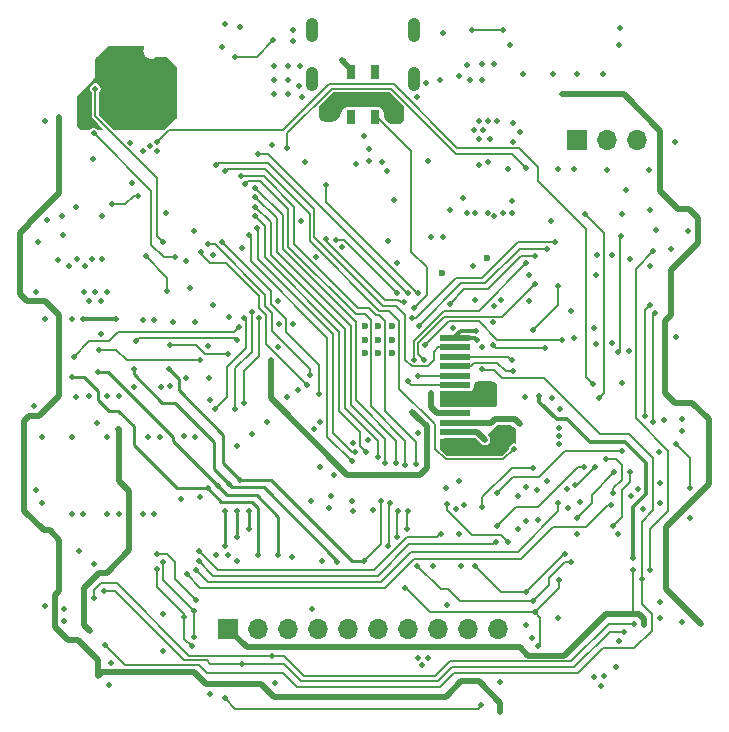
<source format=gbl>
G04 #@! TF.GenerationSoftware,KiCad,Pcbnew,8.0.7*
G04 #@! TF.CreationDate,2025-03-27T17:00:34+01:00*
G04 #@! TF.ProjectId,7-REV1B,372d5245-5631-4422-9e6b-696361645f70,rev?*
G04 #@! TF.SameCoordinates,Original*
G04 #@! TF.FileFunction,Copper,L4,Bot*
G04 #@! TF.FilePolarity,Positive*
%FSLAX46Y46*%
G04 Gerber Fmt 4.6, Leading zero omitted, Abs format (unit mm)*
G04 Created by KiCad (PCBNEW 8.0.7) date 2025-03-27 17:00:34*
%MOMM*%
%LPD*%
G01*
G04 APERTURE LIST*
G04 #@! TA.AperFunction,ComponentPad*
%ADD10R,1.700000X1.700000*%
G04 #@! TD*
G04 #@! TA.AperFunction,ComponentPad*
%ADD11O,1.700000X1.700000*%
G04 #@! TD*
G04 #@! TA.AperFunction,ComponentPad*
%ADD12O,1.050000X2.100000*%
G04 #@! TD*
G04 #@! TA.AperFunction,ComponentPad*
%ADD13C,0.600000*%
G04 #@! TD*
G04 #@! TA.AperFunction,SMDPad,CuDef*
%ADD14R,0.700000X1.250000*%
G04 #@! TD*
G04 #@! TA.AperFunction,SMDPad,CuDef*
%ADD15R,2.550000X0.600000*%
G04 #@! TD*
G04 #@! TA.AperFunction,ViaPad*
%ADD16C,0.500000*%
G04 #@! TD*
G04 #@! TA.AperFunction,ViaPad*
%ADD17C,0.600000*%
G04 #@! TD*
G04 #@! TA.AperFunction,Conductor*
%ADD18C,0.500000*%
G04 #@! TD*
G04 #@! TA.AperFunction,Conductor*
%ADD19C,0.304800*%
G04 #@! TD*
G04 #@! TA.AperFunction,Conductor*
%ADD20C,0.150000*%
G04 #@! TD*
G04 #@! TA.AperFunction,Conductor*
%ADD21C,0.250000*%
G04 #@! TD*
G04 APERTURE END LIST*
D10*
X148010000Y-70850000D03*
D11*
X150550000Y-70850000D03*
X153090000Y-70850000D03*
D12*
X134220000Y-65680000D03*
X125580000Y-65680000D03*
X134220000Y-61500000D03*
X125580000Y-61500000D03*
D13*
X130066667Y-86616667D03*
X130066667Y-87750000D03*
X130066667Y-88883333D03*
X131200000Y-86616667D03*
X131200000Y-87750000D03*
X131200000Y-88883333D03*
X132333333Y-86616667D03*
X132333333Y-87750000D03*
X132333333Y-88883333D03*
D10*
X118470000Y-112220000D03*
D11*
X121010000Y-112220000D03*
X123550000Y-112220000D03*
X126090000Y-112220000D03*
X128630000Y-112220000D03*
X131170000Y-112220000D03*
X133710000Y-112220000D03*
X136250000Y-112220000D03*
X138790000Y-112220000D03*
X141330000Y-112220000D03*
D14*
X130900000Y-68880000D03*
X130900000Y-65120000D03*
X128900000Y-68880000D03*
X128900000Y-65120000D03*
D15*
X137725000Y-96400000D03*
X137725000Y-95600000D03*
X137725000Y-94800000D03*
X137725000Y-94000000D03*
X137725000Y-93200000D03*
X137725000Y-92400000D03*
X137725000Y-91600000D03*
X137725000Y-90800000D03*
X137725000Y-90000000D03*
X137725000Y-89200000D03*
X137725000Y-88400000D03*
X137725000Y-87600000D03*
D16*
X136400000Y-65800000D03*
X156000000Y-80100000D03*
X130400000Y-71600000D03*
X157400000Y-78600000D03*
X105250000Y-86000000D03*
X104600000Y-111600000D03*
X127200000Y-101000000D03*
X103000000Y-86000000D03*
X135400000Y-72600000D03*
X114800000Y-95900000D03*
X119700000Y-80000000D03*
X156900000Y-111700000D03*
X134600000Y-95700000D03*
X156300000Y-71000000D03*
X151600000Y-62800000D03*
X142500000Y-95500000D03*
X140500000Y-97200000D03*
X154100000Y-73400000D03*
X139250000Y-81500000D03*
X148250000Y-101500000D03*
X105265000Y-96000000D03*
X104500000Y-78900000D03*
X139000000Y-65800000D03*
X122800000Y-86400000D03*
X156400000Y-87500000D03*
X113800000Y-86300000D03*
X128100000Y-64100000D03*
X144750000Y-103000000D03*
X122750000Y-88400000D03*
X119250000Y-106500000D03*
X125900000Y-80750000D03*
X110200000Y-71100000D03*
X138000000Y-65400000D03*
X125600000Y-110600000D03*
X117000000Y-117800000D03*
X155000000Y-97300000D03*
X107800000Y-77300000D03*
X121750000Y-94750000D03*
X134600000Y-114700000D03*
X126250000Y-98500000D03*
X109400000Y-65200000D03*
X110520000Y-69700000D03*
X141000000Y-64400000D03*
X134500000Y-67200000D03*
X135250000Y-66000000D03*
X147800000Y-73300000D03*
X140500000Y-72750000D03*
X139750000Y-97200000D03*
X102250000Y-83750000D03*
X148000000Y-104250000D03*
X108750000Y-67800000D03*
X149600000Y-88100000D03*
X140000000Y-64400000D03*
X122500000Y-116800000D03*
X108250000Y-92500000D03*
X139000000Y-97200000D03*
X103150000Y-77650000D03*
X151800000Y-91400000D03*
X104100000Y-81000000D03*
X155100000Y-101600000D03*
X155400000Y-94600000D03*
X124600000Y-64600000D03*
X108265000Y-96000000D03*
X102100000Y-93400000D03*
X110520000Y-64300000D03*
X138750000Y-64500000D03*
X109400000Y-64300000D03*
X122700000Y-84500000D03*
X137250000Y-76750000D03*
X137800000Y-102100000D03*
X156900000Y-95500000D03*
X116900000Y-91000000D03*
X142200000Y-73300000D03*
X125800000Y-95300000D03*
X124750000Y-67200000D03*
X120500000Y-95750000D03*
X122250000Y-71250000D03*
X147200000Y-100400000D03*
X141500000Y-116750000D03*
X108265000Y-102500000D03*
X110500000Y-65700000D03*
X103000000Y-110300000D03*
X123500000Y-92600000D03*
X135400000Y-114700000D03*
X123900000Y-106200000D03*
X135700000Y-79100000D03*
X138400000Y-75800000D03*
X152600000Y-100980000D03*
X155100000Y-111300000D03*
X139500000Y-87000000D03*
X113600000Y-91700000D03*
X114900000Y-81100000D03*
X156900000Y-94500000D03*
X124650000Y-77750000D03*
X139700000Y-91700000D03*
X155100000Y-99900000D03*
X102400000Y-79500000D03*
X149600000Y-82250000D03*
X110500000Y-67800000D03*
X109600000Y-67800000D03*
X138500000Y-101750000D03*
X104600000Y-110600000D03*
X115600000Y-78600000D03*
X141000000Y-84900000D03*
X151800000Y-77100000D03*
X108400000Y-65200000D03*
X150600000Y-73400000D03*
X102700000Y-101600000D03*
X110500000Y-91750000D03*
X109800000Y-63300000D03*
X107750000Y-87250000D03*
X111265000Y-86100000D03*
X102750000Y-96000000D03*
X146400000Y-73300000D03*
X140000000Y-92400000D03*
X145800000Y-77700000D03*
X124962500Y-72750000D03*
X150100000Y-117100000D03*
X143000000Y-101000000D03*
X137000000Y-110250000D03*
X139600000Y-87800000D03*
X129300000Y-72900000D03*
X131500000Y-72700000D03*
X151500000Y-104200000D03*
X105600000Y-92600000D03*
X151000000Y-80600000D03*
X138000000Y-99750000D03*
X118000000Y-63000000D03*
X144650000Y-100450000D03*
X117500000Y-106000000D03*
X134900000Y-115300000D03*
X152450000Y-88700000D03*
X140000000Y-65800000D03*
X116800000Y-88300000D03*
X119500000Y-61250000D03*
X151600000Y-113300000D03*
X107100000Y-106750000D03*
X135800000Y-106900000D03*
X154750000Y-78500000D03*
X119250000Y-96750000D03*
X124500000Y-66250000D03*
X154250000Y-81500000D03*
X144000000Y-84500000D03*
X149500000Y-86750000D03*
X145900000Y-92700000D03*
X118500000Y-106000000D03*
X157600000Y-102900000D03*
X130307500Y-96292500D03*
X105265000Y-102500000D03*
X139750000Y-73000000D03*
X127000000Y-102000000D03*
X130400000Y-72600000D03*
X114500000Y-101250000D03*
X138750000Y-77000000D03*
X108400000Y-117000000D03*
X124000000Y-62500000D03*
X142400000Y-62800000D03*
X146400000Y-111300000D03*
X139400000Y-77000000D03*
X102250000Y-100500000D03*
X146600000Y-93600000D03*
X132000000Y-79400000D03*
X142600000Y-69400000D03*
X117200000Y-84800000D03*
X103000000Y-69250000D03*
X132500000Y-75900000D03*
X113000000Y-111000000D03*
X142600000Y-71000000D03*
X155100000Y-110000000D03*
X111250000Y-102500000D03*
X140800000Y-91900000D03*
X147550000Y-85300000D03*
X138000000Y-104250000D03*
X152200000Y-75100000D03*
X111750000Y-96000000D03*
X151000000Y-88000000D03*
X104400000Y-77300000D03*
X147250000Y-102000000D03*
X143200000Y-70200000D03*
X143000000Y-103750000D03*
X141400000Y-95400000D03*
X106675000Y-92500000D03*
X106250000Y-83750000D03*
X125500000Y-101400000D03*
X112235000Y-102500000D03*
X153700000Y-111900000D03*
X116100000Y-101100000D03*
X105875000Y-105625000D03*
X109250000Y-92500000D03*
X107750000Y-84500000D03*
X112800000Y-91750000D03*
X106750000Y-84500000D03*
X152750000Y-107250000D03*
X106235000Y-102500000D03*
X107250000Y-83750000D03*
X154250000Y-107250000D03*
X114900000Y-91000000D03*
X108250000Y-83750000D03*
X109235000Y-102500000D03*
X154500000Y-80250000D03*
X145500000Y-80100000D03*
X134676265Y-86576265D03*
X134100000Y-85900000D03*
X146200000Y-79500000D03*
X118600000Y-85800000D03*
X117000000Y-92900000D03*
X119800000Y-85900000D03*
X117400000Y-93600000D03*
X119100000Y-93600000D03*
X120500000Y-85400000D03*
X121100000Y-85900000D03*
X119800000Y-93100000D03*
X133700000Y-83850000D03*
X121050000Y-72050000D03*
X139700000Y-69250000D03*
X127500000Y-99250000D03*
X129100000Y-96500000D03*
X105600000Y-76500000D03*
X117200000Y-80600000D03*
X110350000Y-74500000D03*
X136700000Y-79100000D03*
X141625000Y-84375000D03*
X141250000Y-69250000D03*
X140500000Y-69250000D03*
X106235000Y-86000000D03*
X109235000Y-96000000D03*
X113250000Y-77000000D03*
X112200000Y-86100000D03*
X135700000Y-92300000D03*
X144000000Y-82250000D03*
X140700000Y-70750000D03*
X140100000Y-70000000D03*
X109200000Y-95300000D03*
X132800000Y-81300000D03*
X115700000Y-96000000D03*
X135700000Y-93000000D03*
X124400000Y-92000000D03*
X115700000Y-86300000D03*
X106800000Y-112400000D03*
X128100000Y-79900000D03*
X144800000Y-92500000D03*
X109035000Y-86000000D03*
X112750000Y-96000000D03*
X126300000Y-94700000D03*
X108200000Y-107500000D03*
X115300000Y-83400000D03*
X107050000Y-72500000D03*
X130000000Y-70500000D03*
D17*
X136600000Y-82100000D03*
D16*
X107350000Y-94850000D03*
X139300000Y-70000000D03*
X139700000Y-70750000D03*
X143600000Y-92600000D03*
X124000000Y-86400000D03*
D17*
X140425000Y-80825000D03*
D16*
X140000000Y-88400000D03*
X152750000Y-106250000D03*
X131950000Y-73500000D03*
X118250000Y-61000000D03*
X136700000Y-61800000D03*
X122400000Y-65800000D03*
X122400000Y-67000000D03*
X143700000Y-103100000D03*
X143500000Y-65250000D03*
X149700000Y-80600000D03*
X101250000Y-101250000D03*
X153600000Y-102100000D03*
X146800000Y-67000000D03*
X156000000Y-83400000D03*
X145500000Y-99750000D03*
X107500000Y-116200000D03*
X149300000Y-67000000D03*
X101650000Y-94250000D03*
X147800000Y-87600000D03*
X154250000Y-76750000D03*
X141500000Y-119250000D03*
X123600000Y-67000000D03*
D17*
X117700000Y-116900000D03*
D16*
X146500000Y-95200000D03*
X146500000Y-95900000D03*
X101500000Y-84500000D03*
X158500000Y-111800000D03*
X151700000Y-61400000D03*
X138200000Y-106900000D03*
X143750000Y-100250000D03*
X126400000Y-106500000D03*
X124000000Y-61500000D03*
X158300000Y-78800000D03*
X159200000Y-94500000D03*
X148000000Y-65250000D03*
X136900000Y-100300000D03*
X152550000Y-80950000D03*
X123600000Y-65800000D03*
X122400000Y-64600000D03*
X159200000Y-95500000D03*
X156000000Y-82500000D03*
X136950000Y-118000000D03*
X146500000Y-96600000D03*
X123600000Y-64600000D03*
X146000000Y-65250000D03*
X138250000Y-116700000D03*
X151400000Y-67000000D03*
X150250000Y-65250000D03*
X104200000Y-68900000D03*
X123300000Y-118000000D03*
X153200000Y-100400000D03*
X101600000Y-78000000D03*
X142500000Y-77000000D03*
X141750000Y-77000000D03*
X122100000Y-89500000D03*
X141000000Y-77250000D03*
X142500000Y-76000000D03*
X140500000Y-77000000D03*
X134600000Y-94400000D03*
X137500000Y-86750000D03*
X134100000Y-93900000D03*
X105700000Y-80900000D03*
X106400000Y-81500000D03*
X112500000Y-71000000D03*
X149400000Y-91500000D03*
X106950000Y-80900000D03*
X105050000Y-81500000D03*
X111300000Y-71800000D03*
X107850000Y-80900000D03*
X112500000Y-71800000D03*
X111900000Y-71400000D03*
X133400000Y-84600000D03*
X140900000Y-86300000D03*
X126800000Y-79200000D03*
X142600000Y-90400000D03*
X142500000Y-89500000D03*
X107250000Y-66500000D03*
X113000000Y-79450000D03*
X108650000Y-76300000D03*
X110900000Y-75600000D03*
X137250000Y-84750000D03*
X144500000Y-80700000D03*
X154600000Y-85500000D03*
X154425000Y-94750000D03*
X153775000Y-94250000D03*
X154200000Y-84800000D03*
X134600000Y-83800000D03*
X126800000Y-74700000D03*
X107100000Y-70300000D03*
X114000000Y-80800000D03*
X133700000Y-91300000D03*
X134600000Y-90800000D03*
X117500000Y-73000000D03*
X118250000Y-73500000D03*
X142700000Y-97000000D03*
X135100000Y-89500000D03*
X144450000Y-83050000D03*
X139400000Y-84400000D03*
X127600000Y-79300000D03*
X132800000Y-83800000D03*
X132300000Y-68000000D03*
X126600000Y-68200000D03*
X126600000Y-68900000D03*
X133100000Y-68300000D03*
X133100000Y-69100000D03*
X127400000Y-68700000D03*
X132300000Y-68800000D03*
X127400000Y-67900000D03*
X119100000Y-63800000D03*
X122300000Y-62400000D03*
X141800000Y-61500000D03*
X139100000Y-61500000D03*
X156400000Y-96600000D03*
X157600000Y-100300000D03*
X118200000Y-118100000D03*
X139925000Y-118700000D03*
X143175000Y-94925000D03*
X140750000Y-94800000D03*
X140250000Y-96250000D03*
X139500000Y-95600000D03*
X134200000Y-89500000D03*
X143750000Y-81300000D03*
X113600000Y-88250000D03*
X118500000Y-89000000D03*
X107550000Y-88600000D03*
X116100000Y-89500000D03*
X119250000Y-87750000D03*
X110700000Y-87850000D03*
X119400000Y-86700000D03*
X105450000Y-89200000D03*
X116750000Y-100350000D03*
X129000000Y-101400000D03*
X121000000Y-106000000D03*
X105300000Y-90900000D03*
X112500000Y-105900000D03*
X115800000Y-109800000D03*
X117650000Y-100150000D03*
X129100000Y-102300000D03*
X107500000Y-90500000D03*
X122750000Y-106000000D03*
X118550000Y-99950000D03*
X113000000Y-106600000D03*
X113000000Y-114100000D03*
X110500000Y-90250000D03*
X130800000Y-102200000D03*
X115600000Y-112900000D03*
X115600000Y-110700000D03*
X127750000Y-106600000D03*
X119500000Y-99600000D03*
X113500000Y-90250000D03*
X108600000Y-115100000D03*
X115400000Y-113700000D03*
X130000000Y-106500000D03*
X114800000Y-111200000D03*
X131400000Y-101400000D03*
X112500000Y-107200000D03*
X132050000Y-105250000D03*
X132200000Y-101600000D03*
X133500000Y-108750000D03*
X118250000Y-105250000D03*
X151300000Y-115500000D03*
X146500000Y-108100000D03*
X144450000Y-110850000D03*
X144700000Y-113700000D03*
X118250000Y-102250000D03*
X119250000Y-102250000D03*
X134500000Y-106900000D03*
X132800000Y-104500000D03*
X150300000Y-116200000D03*
X119250000Y-104500000D03*
X144300000Y-109900000D03*
X147500000Y-106600000D03*
X144200000Y-113000000D03*
X132900000Y-102300000D03*
X134200000Y-85100000D03*
X137000000Y-101700000D03*
X142200000Y-104900000D03*
X116040690Y-105668620D03*
X136500000Y-104200000D03*
X116000000Y-106500000D03*
X141150000Y-104900000D03*
X115750000Y-107250000D03*
X146400000Y-101600000D03*
X115000000Y-107600000D03*
X150900000Y-101750000D03*
X147000000Y-105900000D03*
X139400000Y-106900000D03*
X133700000Y-102300000D03*
X143700000Y-109100000D03*
X143700000Y-111900000D03*
X133650000Y-103750000D03*
X120250000Y-103750000D03*
X149500000Y-116300000D03*
X120250000Y-102250000D03*
X151500000Y-88800000D03*
X151750000Y-79000000D03*
X146400000Y-83200000D03*
X144300000Y-86900000D03*
X140900000Y-88250000D03*
X145300000Y-88500000D03*
X146800000Y-87750000D03*
X135200000Y-88200000D03*
X125200000Y-91600000D03*
X108000000Y-109000000D03*
X152000000Y-112500000D03*
X119700000Y-115200000D03*
X116200000Y-80300000D03*
X107150000Y-109650000D03*
X116800000Y-79700000D03*
X152900000Y-111800000D03*
X125450000Y-90750000D03*
X122200000Y-114500000D03*
X108100000Y-113600000D03*
X153500000Y-108000000D03*
X140000000Y-90250000D03*
X148700000Y-77100000D03*
X149900000Y-92700000D03*
X123500000Y-71500000D03*
X143750000Y-73250000D03*
X126200000Y-92400000D03*
X118000000Y-79500000D03*
X111500000Y-80700000D03*
X113300000Y-83600000D03*
X141300000Y-103500000D03*
X148600000Y-98500000D03*
X144300000Y-98600000D03*
X140000000Y-101900000D03*
X150500000Y-97900000D03*
X151100000Y-100700000D03*
X149550000Y-98550000D03*
X147900000Y-100100000D03*
X141300000Y-100700000D03*
X151800000Y-97200000D03*
X151200000Y-99000000D03*
X148000000Y-102900000D03*
X152500000Y-99000000D03*
X151100000Y-103500000D03*
X120300000Y-78900000D03*
X128950000Y-98050000D03*
X129200000Y-97300000D03*
X120900000Y-78300000D03*
X120800000Y-77300000D03*
X130150000Y-97250000D03*
X131200000Y-97700000D03*
X120800000Y-76500000D03*
X131800000Y-98200000D03*
X120800000Y-75700000D03*
X132700000Y-98200000D03*
X120800000Y-74900000D03*
X134400000Y-98300000D03*
X119600000Y-73900000D03*
X119900000Y-74600000D03*
X133500000Y-98400000D03*
D18*
X128900000Y-64900000D02*
X128100000Y-64100000D01*
D19*
X137725000Y-87475000D02*
X137725000Y-87600000D01*
D18*
X139000000Y-97200000D02*
X138200000Y-97200000D01*
D19*
X139400000Y-87600000D02*
X137725000Y-87600000D01*
D18*
X139750000Y-97200000D02*
X138950000Y-96400000D01*
D19*
X139200000Y-93200000D02*
X137725000Y-93200000D01*
D18*
X138950000Y-96400000D02*
X137725000Y-96400000D01*
X139000000Y-97200000D02*
X140500000Y-97200000D01*
D19*
X138200000Y-87000000D02*
X137725000Y-87475000D01*
D18*
X128900000Y-65120000D02*
X128900000Y-64900000D01*
D19*
X140000000Y-92400000D02*
X137725000Y-92400000D01*
D18*
X137725000Y-96725000D02*
X137725000Y-96400000D01*
X138200000Y-97200000D02*
X137725000Y-96725000D01*
D19*
X139600000Y-87800000D02*
X139400000Y-87600000D01*
X139500000Y-87000000D02*
X138200000Y-87000000D01*
X140000000Y-92400000D02*
X139200000Y-93200000D01*
D20*
X154500000Y-80250000D02*
X153000000Y-81750000D01*
D18*
X153300000Y-111000000D02*
X153700000Y-111400000D01*
X152750000Y-111000000D02*
X153300000Y-111000000D01*
D20*
X154250000Y-103750000D02*
X154250000Y-107250000D01*
X153000000Y-81750000D02*
X153000000Y-94400000D01*
X153000000Y-94400000D02*
X155750000Y-97150000D01*
D18*
X146950000Y-114500000D02*
X150450000Y-111000000D01*
D20*
X152750000Y-107250000D02*
X152750000Y-111000000D01*
X155750000Y-97150000D02*
X155750000Y-102250000D01*
D18*
X153700000Y-111400000D02*
X153700000Y-111900000D01*
X150450000Y-111000000D02*
X152750000Y-111000000D01*
X120050000Y-113800000D02*
X143200000Y-113800000D01*
X143900000Y-114500000D02*
X146950000Y-114500000D01*
X143200000Y-113800000D02*
X143900000Y-114500000D01*
D20*
X155750000Y-102250000D02*
X154250000Y-103750000D01*
D18*
X118470000Y-112220000D02*
X120050000Y-113800000D01*
D20*
X145500000Y-80100000D02*
X143175000Y-80100000D01*
X143175000Y-80100000D02*
X140275000Y-83000000D01*
X138252530Y-83000000D02*
X134676265Y-86576265D01*
X140275000Y-83000000D02*
X138252530Y-83000000D01*
X143000000Y-79500000D02*
X140000000Y-82500000D01*
X134400000Y-85900000D02*
X134100000Y-85900000D01*
X140000000Y-82500000D02*
X137800000Y-82500000D01*
X137800000Y-82500000D02*
X134400000Y-85900000D01*
X146200000Y-79500000D02*
X143000000Y-79500000D01*
X120000000Y-88500000D02*
X118400000Y-90100000D01*
X118400000Y-90100000D02*
X118400000Y-92600000D01*
X119800000Y-85900000D02*
X120000000Y-86100000D01*
X118400000Y-92600000D02*
X117400000Y-93600000D01*
X120000000Y-86100000D02*
X120000000Y-88500000D01*
X120500000Y-85400000D02*
X120500000Y-88800000D01*
X119100000Y-90200000D02*
X119100000Y-93600000D01*
X120500000Y-88800000D02*
X119100000Y-90200000D01*
X121100000Y-85900000D02*
X121100000Y-89100000D01*
X121100000Y-89100000D02*
X119800000Y-90400000D01*
X119800000Y-90400000D02*
X119800000Y-93100000D01*
X133675000Y-83850000D02*
X121875000Y-72050000D01*
X133700000Y-83850000D02*
X133675000Y-83850000D01*
X121875000Y-72050000D02*
X121050000Y-72050000D01*
D19*
X146300000Y-94500000D02*
X147200000Y-94500000D01*
X153900000Y-98200000D02*
X153900000Y-100800000D01*
D18*
X136200000Y-94000000D02*
X137725000Y-94000000D01*
D19*
X109035000Y-86000000D02*
X106235000Y-86000000D01*
D18*
X135700000Y-93500000D02*
X136200000Y-94000000D01*
X106300000Y-111900000D02*
X106800000Y-112400000D01*
X109235000Y-96000000D02*
X109235000Y-95335000D01*
X109235000Y-95335000D02*
X109200000Y-95300000D01*
D19*
X152750000Y-101950000D02*
X152750000Y-106250000D01*
X153900000Y-100800000D02*
X152750000Y-101950000D01*
D18*
X109235000Y-99735000D02*
X109235000Y-96000000D01*
X110100000Y-105600000D02*
X110100000Y-100600000D01*
X110100000Y-100600000D02*
X109235000Y-99735000D01*
D19*
X149100000Y-96400000D02*
X152100000Y-96400000D01*
D18*
X108200000Y-107500000D02*
X110100000Y-105600000D01*
X108200000Y-107500000D02*
X107600000Y-107500000D01*
D19*
X147200000Y-94500000D02*
X149100000Y-96400000D01*
D18*
X107600000Y-107500000D02*
X106300000Y-108800000D01*
X106300000Y-108800000D02*
X106300000Y-111900000D01*
D19*
X152100000Y-96400000D02*
X153900000Y-98200000D01*
D18*
X135700000Y-92300000D02*
X135700000Y-93500000D01*
D19*
X144800000Y-92500000D02*
X144800000Y-93000000D01*
X144800000Y-93000000D02*
X146300000Y-94500000D01*
D18*
X104900000Y-113200000D02*
X103800000Y-112100000D01*
X116600000Y-116900000D02*
X115600000Y-115900000D01*
X151400000Y-67000000D02*
X149300000Y-67000000D01*
X104200000Y-109000000D02*
X104200000Y-104700000D01*
X156300000Y-93100000D02*
X155500000Y-92300000D01*
X138250000Y-116700000D02*
X139700000Y-116700000D01*
X156000000Y-81900000D02*
X158300000Y-79600000D01*
X156000000Y-83400000D02*
X156000000Y-82500000D01*
X104200000Y-92500000D02*
X104200000Y-85700000D01*
X103400000Y-103900000D02*
X102900000Y-103900000D01*
X103000000Y-84500000D02*
X101500000Y-84500000D01*
X115600000Y-115900000D02*
X107800000Y-115900000D01*
X141500000Y-118500000D02*
X141500000Y-119250000D01*
X101250000Y-94650000D02*
X101250000Y-101250000D01*
X123300000Y-118000000D02*
X136950000Y-118000000D01*
X156000000Y-82500000D02*
X156000000Y-81900000D01*
X103800000Y-112100000D02*
X103800000Y-109400000D01*
X159200000Y-100000000D02*
X159200000Y-95500000D01*
X152000000Y-67000000D02*
X155100000Y-70100000D01*
X151400000Y-67000000D02*
X152000000Y-67000000D01*
X104200000Y-68900000D02*
X104200000Y-75300000D01*
X139700000Y-116700000D02*
X141500000Y-118500000D01*
X117700000Y-116900000D02*
X116600000Y-116900000D01*
X104200000Y-75300000D02*
X101600000Y-77900000D01*
X157800000Y-93100000D02*
X156300000Y-93100000D01*
X101650000Y-94250000D02*
X102450000Y-94250000D01*
X101650000Y-94250000D02*
X101250000Y-94650000D01*
X159200000Y-95500000D02*
X159200000Y-94500000D01*
X101600000Y-77900000D02*
X101600000Y-78000000D01*
X159200000Y-94500000D02*
X157800000Y-93100000D01*
X121300000Y-116900000D02*
X122400000Y-118000000D01*
X155600000Y-103600000D02*
X159200000Y-100000000D01*
X104200000Y-104700000D02*
X103400000Y-103900000D01*
X100900000Y-83900000D02*
X101500000Y-84500000D01*
X117700000Y-116900000D02*
X121300000Y-116900000D01*
X102900000Y-103900000D02*
X101250000Y-102250000D01*
X155500000Y-92300000D02*
X155500000Y-86200000D01*
X156600000Y-76700000D02*
X157500000Y-76700000D01*
X155600000Y-108900000D02*
X155600000Y-103600000D01*
X136950000Y-118000000D02*
X138250000Y-116700000D01*
X103800000Y-109400000D02*
X104200000Y-109000000D01*
X107800000Y-115900000D02*
X107500000Y-116200000D01*
X158300000Y-79600000D02*
X158300000Y-78800000D01*
X101250000Y-102250000D02*
X101250000Y-101250000D01*
X158500000Y-111800000D02*
X155600000Y-108900000D01*
X102450000Y-94250000D02*
X104200000Y-92500000D01*
X155500000Y-86200000D02*
X156000000Y-85700000D01*
X104200000Y-85700000D02*
X103000000Y-84500000D01*
X156000000Y-85700000D02*
X156000000Y-83400000D01*
X155100000Y-70100000D02*
X155100000Y-75200000D01*
X122400000Y-118000000D02*
X123300000Y-118000000D01*
X158300000Y-77500000D02*
X158300000Y-78800000D01*
X101600000Y-78000000D02*
X100900000Y-78700000D01*
X105800000Y-113200000D02*
X104900000Y-113200000D01*
X100900000Y-78700000D02*
X100900000Y-83900000D01*
X107500000Y-116200000D02*
X107500000Y-114900000D01*
X155100000Y-75200000D02*
X156600000Y-76700000D01*
X107500000Y-114900000D02*
X105800000Y-113200000D01*
X157500000Y-76700000D02*
X158300000Y-77500000D01*
X149300000Y-67000000D02*
X146800000Y-67000000D01*
X122100000Y-92700000D02*
X128600000Y-99200000D01*
X128600000Y-99200000D02*
X134700000Y-99200000D01*
X134700000Y-99200000D02*
X135300000Y-98600000D01*
X135300000Y-95100000D02*
X134600000Y-94400000D01*
X135300000Y-98600000D02*
X135300000Y-95100000D01*
X134600000Y-94400000D02*
X134100000Y-93900000D01*
X122100000Y-89500000D02*
X122100000Y-92700000D01*
D20*
X148800000Y-78400000D02*
X144700000Y-74300000D01*
X143100000Y-71500000D02*
X137900000Y-71500000D01*
X148800000Y-90900000D02*
X148800000Y-78400000D01*
X149400000Y-91500000D02*
X148800000Y-90900000D01*
X137900000Y-71500000D02*
X132500000Y-66100000D01*
X127000000Y-66100000D02*
X123100000Y-70000000D01*
X113500000Y-70000000D02*
X112500000Y-71000000D01*
X132500000Y-66100000D02*
X127000000Y-66100000D01*
X144700000Y-74300000D02*
X144700000Y-73100000D01*
X123100000Y-70000000D02*
X113500000Y-70000000D01*
X144700000Y-73100000D02*
X143100000Y-71500000D01*
X131800000Y-84400000D02*
X132900000Y-84400000D01*
X126800000Y-79200000D02*
X126800000Y-79400000D01*
X133100000Y-84600000D02*
X133400000Y-84600000D01*
X132900000Y-84400000D02*
X133100000Y-84600000D01*
X126800000Y-79400000D02*
X131800000Y-84400000D01*
X142600000Y-90400000D02*
X142000000Y-90400000D01*
X142000000Y-90400000D02*
X141300000Y-89700000D01*
X139339124Y-89700000D02*
X139039124Y-90000000D01*
X141300000Y-89700000D02*
X139339124Y-89700000D01*
X139039124Y-90000000D02*
X137725000Y-90000000D01*
X142500000Y-89500000D02*
X142200000Y-89200000D01*
X142200000Y-89200000D02*
X137725000Y-89200000D01*
X107250000Y-68850000D02*
X112500000Y-74100000D01*
X112500000Y-74100000D02*
X112500000Y-78950000D01*
X112500000Y-78950000D02*
X113000000Y-79450000D01*
X107250000Y-66500000D02*
X107250000Y-68850000D01*
X110900000Y-75600000D02*
X110500000Y-75600000D01*
X109800000Y-76300000D02*
X108650000Y-76300000D01*
X110500000Y-75600000D02*
X109800000Y-76300000D01*
X138500000Y-83500000D02*
X137250000Y-84750000D01*
X143325000Y-80700000D02*
X140525000Y-83500000D01*
X140525000Y-83500000D02*
X138500000Y-83500000D01*
X144500000Y-80700000D02*
X143325000Y-80700000D01*
X154425000Y-85675000D02*
X154425000Y-94750000D01*
X154600000Y-85500000D02*
X154425000Y-85675000D01*
X154200000Y-84800000D02*
X153750000Y-85250000D01*
X153750000Y-94225000D02*
X153775000Y-94250000D01*
X153750000Y-85250000D02*
X153750000Y-94225000D01*
X126800000Y-76100000D02*
X134500000Y-83800000D01*
X134500000Y-83800000D02*
X134600000Y-83800000D01*
X126800000Y-74700000D02*
X126800000Y-76100000D01*
X107100000Y-70300000D02*
X112000000Y-75200000D01*
X112000000Y-75200000D02*
X112000000Y-79750000D01*
X112000000Y-79750000D02*
X113050000Y-80800000D01*
X113050000Y-80800000D02*
X114000000Y-80800000D01*
X133700000Y-91300000D02*
X134000000Y-91600000D01*
X134000000Y-91600000D02*
X137725000Y-91600000D01*
X134600000Y-90800000D02*
X137725000Y-90800000D01*
X135900000Y-89500000D02*
X135900000Y-88800000D01*
X134028248Y-90000000D02*
X135400000Y-90000000D01*
X133500000Y-85700000D02*
X133500000Y-89471752D01*
X132700000Y-84900000D02*
X133500000Y-85700000D01*
X125800000Y-76700000D02*
X125800000Y-79100000D01*
X135900000Y-88800000D02*
X136300000Y-88400000D01*
X121900000Y-72800000D02*
X125800000Y-76700000D01*
X133500000Y-89471752D02*
X134028248Y-90000000D01*
X135400000Y-90000000D02*
X135900000Y-89500000D01*
X125800000Y-79100000D02*
X131600000Y-84900000D01*
X136300000Y-88400000D02*
X137725000Y-88400000D01*
X117700000Y-72800000D02*
X121900000Y-72800000D01*
X117500000Y-73000000D02*
X117700000Y-72800000D01*
X131600000Y-84900000D02*
X132700000Y-84900000D01*
X133000000Y-86200000D02*
X132100000Y-85300000D01*
X125400000Y-77100000D02*
X121600000Y-73300000D01*
X136000000Y-97000000D02*
X136000000Y-94900000D01*
X132100000Y-85300000D02*
X131300000Y-85300000D01*
X118450000Y-73300000D02*
X118250000Y-73500000D01*
X121600000Y-73300000D02*
X118450000Y-73300000D01*
X133000000Y-91900000D02*
X133000000Y-86200000D01*
X125400000Y-79400000D02*
X125400000Y-77100000D01*
X141800000Y-97900000D02*
X136900000Y-97900000D01*
X136000000Y-94900000D02*
X133000000Y-91900000D01*
X131300000Y-85300000D02*
X125400000Y-79400000D01*
X136900000Y-97900000D02*
X136000000Y-97000000D01*
X142700000Y-97000000D02*
X141800000Y-97900000D01*
X134600000Y-88000000D02*
X136800000Y-85800000D01*
X135100000Y-89500000D02*
X134600000Y-89000000D01*
X136800000Y-85800000D02*
X141700000Y-85800000D01*
X134600000Y-89000000D02*
X134600000Y-88000000D01*
X141700000Y-85800000D02*
X144450000Y-83050000D01*
X128300000Y-79300000D02*
X127600000Y-79300000D01*
X132800000Y-83800000D02*
X128300000Y-79300000D01*
X120900000Y-63800000D02*
X122300000Y-62400000D01*
X119100000Y-63800000D02*
X120900000Y-63800000D01*
X139100000Y-61500000D02*
X141800000Y-61500000D01*
X157600000Y-100300000D02*
X157600000Y-97800000D01*
X157600000Y-97800000D02*
X156400000Y-96600000D01*
X119100000Y-119000000D02*
X118200000Y-118100000D01*
X139925000Y-118700000D02*
X139625000Y-119000000D01*
X139625000Y-119000000D02*
X119100000Y-119000000D01*
D18*
X140750000Y-94800000D02*
X137725000Y-94800000D01*
X143175000Y-94925000D02*
X142750000Y-94500000D01*
X142750000Y-94500000D02*
X141050000Y-94500000D01*
X141050000Y-94500000D02*
X140750000Y-94800000D01*
X139600000Y-95600000D02*
X140250000Y-96250000D01*
X139500000Y-95600000D02*
X137725000Y-95600000D01*
X139500000Y-95600000D02*
X139600000Y-95600000D01*
D20*
X136750000Y-85300000D02*
X134200000Y-87850000D01*
X134200000Y-87850000D02*
X134200000Y-89500000D01*
X143700000Y-81300000D02*
X139700000Y-85300000D01*
X139700000Y-85300000D02*
X136750000Y-85300000D01*
X143750000Y-81300000D02*
X143700000Y-81300000D01*
X115750000Y-88250000D02*
X113600000Y-88250000D01*
X118500000Y-89000000D02*
X116500000Y-89000000D01*
X116500000Y-89000000D02*
X115750000Y-88250000D01*
X109000000Y-88600000D02*
X107550000Y-88600000D01*
X116100000Y-89500000D02*
X109900000Y-89500000D01*
X109900000Y-89500000D02*
X109000000Y-88600000D01*
X110950000Y-87600000D02*
X119100000Y-87600000D01*
X110700000Y-87850000D02*
X110950000Y-87600000D01*
X119100000Y-87600000D02*
X119250000Y-87750000D01*
X119000000Y-87100000D02*
X109200000Y-87100000D01*
X106750000Y-87900000D02*
X105450000Y-89200000D01*
X108400000Y-87900000D02*
X106750000Y-87900000D01*
X119400000Y-86700000D02*
X119000000Y-87100000D01*
X109200000Y-87100000D02*
X108400000Y-87900000D01*
D21*
X110500000Y-95100000D02*
X110500000Y-96700000D01*
X107500000Y-92100000D02*
X107500000Y-92900000D01*
X114150000Y-100350000D02*
X116750000Y-100350000D01*
X105300000Y-90900000D02*
X106300000Y-90900000D01*
X106300000Y-90900000D02*
X107500000Y-92100000D01*
X120496231Y-101500000D02*
X121000000Y-102003769D01*
X109200000Y-93800000D02*
X110500000Y-95100000D01*
X108400000Y-93800000D02*
X109200000Y-93800000D01*
X117900000Y-101500000D02*
X120496231Y-101500000D01*
X121000000Y-102003769D02*
X121000000Y-106000000D01*
X116750000Y-100350000D02*
X117900000Y-101500000D01*
X110500000Y-96700000D02*
X114150000Y-100350000D01*
X107500000Y-92900000D02*
X108400000Y-93800000D01*
D20*
X114000000Y-106600000D02*
X113300000Y-105900000D01*
D21*
X117650000Y-100150000D02*
X118400000Y-100900000D01*
X122750000Y-102750000D02*
X122750000Y-106000000D01*
D20*
X115800000Y-109800000D02*
X114000000Y-108000000D01*
D21*
X108300000Y-90500000D02*
X107500000Y-90500000D01*
X118400000Y-100900000D02*
X120900000Y-100900000D01*
X113800000Y-96300000D02*
X113800000Y-96000000D01*
D20*
X114000000Y-108000000D02*
X114000000Y-106600000D01*
D21*
X117650000Y-100150000D02*
X113800000Y-96300000D01*
D20*
X113300000Y-105900000D02*
X112500000Y-105900000D01*
D21*
X120900000Y-100900000D02*
X122750000Y-102750000D01*
X113800000Y-96000000D02*
X108300000Y-90500000D01*
X118850000Y-100250000D02*
X118550000Y-99950000D01*
D20*
X113000000Y-108100000D02*
X113000000Y-106600000D01*
D21*
X121500000Y-100250000D02*
X118850000Y-100250000D01*
D20*
X115600000Y-112900000D02*
X115600000Y-110700000D01*
D21*
X127750000Y-106600000D02*
X127750000Y-106500000D01*
D20*
X115600000Y-110700000D02*
X113000000Y-108100000D01*
D21*
X118550000Y-99950000D02*
X117300000Y-98700000D01*
X117300000Y-98700000D02*
X117300000Y-96400000D01*
X114000000Y-93100000D02*
X112900000Y-93100000D01*
X127750000Y-106500000D02*
X121500000Y-100250000D01*
X117300000Y-96400000D02*
X114000000Y-93100000D01*
X110500000Y-90700000D02*
X110500000Y-90250000D01*
X112900000Y-93100000D02*
X110500000Y-90700000D01*
X130000000Y-106500000D02*
X129000000Y-106500000D01*
D20*
X131400000Y-105100000D02*
X130000000Y-106500000D01*
X114800000Y-111000000D02*
X112500000Y-108700000D01*
D21*
X122100000Y-99600000D02*
X119500000Y-99600000D01*
X119500000Y-99600000D02*
X118100000Y-98200000D01*
X114300000Y-92000000D02*
X114300000Y-91050000D01*
X114300000Y-91050000D02*
X113500000Y-90250000D01*
D20*
X114800000Y-111200000D02*
X114800000Y-111000000D01*
X115400000Y-113700000D02*
X114800000Y-113100000D01*
X114800000Y-113100000D02*
X114800000Y-111200000D01*
X112500000Y-108700000D02*
X112500000Y-107200000D01*
D21*
X129000000Y-106500000D02*
X122100000Y-99600000D01*
D20*
X131400000Y-101400000D02*
X131400000Y-105100000D01*
D21*
X118100000Y-98200000D02*
X118100000Y-95800000D01*
X118100000Y-95800000D02*
X114300000Y-92000000D01*
D20*
X132100000Y-105200000D02*
X132100000Y-101700000D01*
X132100000Y-101700000D02*
X132200000Y-101600000D01*
X144700000Y-113700000D02*
X144900000Y-113500000D01*
X135600000Y-110800000D02*
X144400000Y-110800000D01*
X144400000Y-110800000D02*
X144450000Y-110850000D01*
X132050000Y-105250000D02*
X132100000Y-105200000D01*
X146500000Y-108800000D02*
X144450000Y-110850000D01*
X133500000Y-108750000D02*
X133550000Y-108750000D01*
X146500000Y-108100000D02*
X146500000Y-108800000D01*
X144900000Y-113500000D02*
X144900000Y-111300000D01*
D21*
X118250000Y-102250000D02*
X118250000Y-105250000D01*
D20*
X144900000Y-111300000D02*
X144450000Y-110850000D01*
X133550000Y-108750000D02*
X135600000Y-110800000D01*
X137128248Y-108900000D02*
X138128248Y-109900000D01*
X132800000Y-104500000D02*
X132800000Y-102400000D01*
D21*
X119250000Y-104500000D02*
X119250000Y-102250000D01*
D20*
X136500000Y-108900000D02*
X137128248Y-108900000D01*
X138128248Y-109900000D02*
X144300000Y-109900000D01*
X145700000Y-108500000D02*
X145700000Y-107900000D01*
X147000000Y-106600000D02*
X147500000Y-106600000D01*
X134500000Y-106900000D02*
X136500000Y-108900000D01*
X144300000Y-109900000D02*
X145700000Y-108500000D01*
X145700000Y-107900000D02*
X147000000Y-106600000D01*
X132800000Y-102400000D02*
X132900000Y-102300000D01*
X134200000Y-85100000D02*
X135300000Y-84000000D01*
X134000000Y-71750000D02*
X131130000Y-68880000D01*
X135300000Y-81600000D02*
X134000000Y-80300000D01*
X131130000Y-68880000D02*
X130900000Y-68880000D01*
X135300000Y-84000000D02*
X135300000Y-81600000D01*
X134000000Y-80300000D02*
X134000000Y-71750000D01*
X142200000Y-104900000D02*
X141600000Y-104300000D01*
X139100000Y-104300000D02*
X137000000Y-102200000D01*
X137000000Y-102200000D02*
X137000000Y-101700000D01*
X141600000Y-104300000D02*
X139100000Y-104300000D01*
X136200000Y-104500000D02*
X133600000Y-104500000D01*
X136500000Y-104200000D02*
X136200000Y-104500000D01*
X130850000Y-107250000D02*
X117622070Y-107250000D01*
X117622070Y-107250000D02*
X116040690Y-105668620D01*
X133600000Y-104500000D02*
X130850000Y-107250000D01*
X140950000Y-105100000D02*
X133800000Y-105100000D01*
X141150000Y-104900000D02*
X140950000Y-105100000D01*
X117250000Y-107750000D02*
X116000000Y-106500000D01*
X131150000Y-107750000D02*
X117250000Y-107750000D01*
X133800000Y-105100000D02*
X131150000Y-107750000D01*
X143000000Y-105700000D02*
X134000000Y-105700000D01*
X131450000Y-108250000D02*
X116750000Y-108250000D01*
X116750000Y-108250000D02*
X115750000Y-107250000D01*
X146400000Y-101600000D02*
X146400000Y-102300000D01*
X146400000Y-102300000D02*
X143000000Y-105700000D01*
X134000000Y-105700000D02*
X131450000Y-108250000D01*
X134200000Y-106300000D02*
X143300000Y-106300000D01*
X143300000Y-106300000D02*
X145975000Y-103625000D01*
X145975000Y-103625000D02*
X148775000Y-103625000D01*
X115000000Y-107600000D02*
X116150000Y-108750000D01*
X116150000Y-108750000D02*
X131750000Y-108750000D01*
X131750000Y-108750000D02*
X134200000Y-106300000D01*
X148775000Y-103625000D02*
X150650000Y-101750000D01*
X150650000Y-101750000D02*
X150900000Y-101750000D01*
X143700000Y-109100000D02*
X146900000Y-105900000D01*
X143700000Y-109100000D02*
X141600000Y-109100000D01*
X141600000Y-109100000D02*
X139400000Y-106900000D01*
X133650000Y-103750000D02*
X133650000Y-102350000D01*
X146900000Y-105900000D02*
X147000000Y-105900000D01*
X133650000Y-102350000D02*
X133700000Y-102300000D01*
D21*
X120250000Y-103750000D02*
X120250000Y-102250000D01*
D20*
X151700000Y-79050000D02*
X151750000Y-79000000D01*
X151700000Y-88600000D02*
X151700000Y-79050000D01*
X151500000Y-88800000D02*
X151700000Y-88600000D01*
X146400000Y-84800000D02*
X146400000Y-83200000D01*
X144300000Y-86900000D02*
X146400000Y-84800000D01*
X141150000Y-88500000D02*
X140900000Y-88250000D01*
X145300000Y-88500000D02*
X141150000Y-88500000D01*
X139700000Y-86200000D02*
X141250000Y-87750000D01*
X137200000Y-86200000D02*
X139700000Y-86200000D01*
X141250000Y-87750000D02*
X146800000Y-87750000D01*
X135200000Y-88200000D02*
X137200000Y-86200000D01*
X147800000Y-115500000D02*
X150800000Y-112500000D01*
X116200000Y-80500000D02*
X117000000Y-81300000D01*
X118300000Y-81300000D02*
X121100000Y-84100000D01*
X114800000Y-114900000D02*
X116700000Y-114900000D01*
X150800000Y-112500000D02*
X152000000Y-112500000D01*
X108900000Y-109000000D02*
X114800000Y-114900000D01*
X121100000Y-85100000D02*
X121700000Y-85700000D01*
X121700000Y-85700000D02*
X121700000Y-88100000D01*
X116200000Y-80300000D02*
X116200000Y-80500000D01*
X117000000Y-81300000D02*
X118300000Y-81300000D01*
X121700000Y-88100000D02*
X125200000Y-91600000D01*
X136250000Y-116700000D02*
X137450000Y-115500000D01*
X116700000Y-114900000D02*
X117000000Y-115200000D01*
X119700000Y-115200000D02*
X123200000Y-115200000D01*
X108000000Y-109000000D02*
X108900000Y-109000000D01*
X137450000Y-115500000D02*
X147800000Y-115500000D01*
X124700000Y-116700000D02*
X136250000Y-116700000D01*
X117000000Y-115200000D02*
X119700000Y-115200000D01*
X121100000Y-84100000D02*
X121100000Y-85100000D01*
X123200000Y-115200000D02*
X124700000Y-116700000D01*
X122200000Y-85500000D02*
X122200000Y-87000000D01*
X115200000Y-114500000D02*
X123255061Y-114500000D01*
X123255061Y-114500000D02*
X124955061Y-116200000D01*
X107150000Y-108950000D02*
X107700000Y-108400000D01*
X117400000Y-79700000D02*
X121650000Y-83950000D01*
X137250000Y-115000000D02*
X147500000Y-115000000D01*
X121650000Y-84950000D02*
X122200000Y-85500000D01*
X136050000Y-116200000D02*
X137250000Y-115000000D01*
X124955061Y-116200000D02*
X136050000Y-116200000D01*
X116800000Y-79700000D02*
X117400000Y-79700000D01*
X107700000Y-108400000D02*
X109100000Y-108400000D01*
X121650000Y-83950000D02*
X121650000Y-84950000D01*
X125450000Y-90250000D02*
X125450000Y-90750000D01*
X150700000Y-111800000D02*
X152900000Y-111800000D01*
X107150000Y-109650000D02*
X107150000Y-108950000D01*
X109100000Y-108400000D02*
X115200000Y-114500000D01*
X147500000Y-115000000D02*
X150700000Y-111800000D01*
X122200000Y-87000000D02*
X125450000Y-90250000D01*
X140990000Y-90290000D02*
X140040000Y-90290000D01*
X124300000Y-117200000D02*
X123100000Y-116000000D01*
X109800000Y-115300000D02*
X108100000Y-113600000D01*
X153500000Y-108000000D02*
X153500000Y-110100000D01*
X153500000Y-103200000D02*
X154500000Y-102200000D01*
X150200000Y-113900000D02*
X148100000Y-116000000D01*
X140040000Y-90290000D02*
X140000000Y-90250000D01*
X154500000Y-102200000D02*
X154500000Y-97800000D01*
X141700000Y-91000000D02*
X140990000Y-90290000D01*
X154400000Y-112400000D02*
X152900000Y-113900000D01*
X123100000Y-116000000D02*
X116700000Y-116000000D01*
X136400000Y-117200000D02*
X124300000Y-117200000D01*
X152450000Y-95750000D02*
X150000000Y-95750000D01*
X154500000Y-97800000D02*
X152450000Y-95750000D01*
X152900000Y-113900000D02*
X150200000Y-113900000D01*
X116000000Y-115300000D02*
X109800000Y-115300000D01*
X153500000Y-110100000D02*
X154400000Y-111000000D01*
X116700000Y-116000000D02*
X116000000Y-115300000D01*
X145250000Y-91000000D02*
X141700000Y-91000000D01*
X150000000Y-95750000D02*
X145250000Y-91000000D01*
X148100000Y-116000000D02*
X137600000Y-116000000D01*
X137600000Y-116000000D02*
X136400000Y-117200000D01*
X153500000Y-108000000D02*
X153500000Y-103200000D01*
X154400000Y-111000000D02*
X154400000Y-112400000D01*
X150300000Y-92300000D02*
X150300000Y-78700000D01*
X149900000Y-92700000D02*
X150300000Y-92300000D01*
X150300000Y-78700000D02*
X148700000Y-77100000D01*
X137800000Y-72000000D02*
X142500000Y-72000000D01*
X142500000Y-72000000D02*
X143750000Y-73250000D01*
X123500000Y-70250000D02*
X127250000Y-66500000D01*
X123500000Y-71500000D02*
X123500000Y-70250000D01*
X127250000Y-66500000D02*
X132300000Y-66500000D01*
X132300000Y-66500000D02*
X137800000Y-72000000D01*
X122100000Y-83600000D02*
X118000000Y-79500000D01*
X123400000Y-86000000D02*
X122100000Y-84700000D01*
X122100000Y-84700000D02*
X122100000Y-83600000D01*
X123400000Y-87100000D02*
X123400000Y-86000000D01*
X126200000Y-89900000D02*
X123400000Y-87100000D01*
X126200000Y-92400000D02*
X126200000Y-89900000D01*
X113300000Y-82500000D02*
X113300000Y-83600000D01*
X111500000Y-80700000D02*
X113300000Y-82500000D01*
X144700000Y-101900000D02*
X148100000Y-98500000D01*
X148100000Y-98500000D02*
X148600000Y-98500000D01*
X142900000Y-101900000D02*
X144700000Y-101900000D01*
X141300000Y-103500000D02*
X142900000Y-101900000D01*
X142500000Y-98600000D02*
X140000000Y-101100000D01*
X140000000Y-101100000D02*
X140000000Y-101900000D01*
X144300000Y-98600000D02*
X142500000Y-98600000D01*
X151100000Y-100300000D02*
X151100000Y-100700000D01*
X150500000Y-97900000D02*
X151300000Y-97900000D01*
X151800000Y-99600000D02*
X151100000Y-100300000D01*
X151800000Y-98400000D02*
X151800000Y-99600000D01*
X151300000Y-97900000D02*
X151800000Y-98400000D01*
X148000000Y-100100000D02*
X149550000Y-98550000D01*
X147900000Y-100100000D02*
X148000000Y-100100000D01*
X142600000Y-99400000D02*
X141300000Y-100700000D01*
X151800000Y-97200000D02*
X147000000Y-97200000D01*
X147000000Y-97200000D02*
X144800000Y-99400000D01*
X144800000Y-99400000D02*
X142600000Y-99400000D01*
X149300000Y-100900000D02*
X149300000Y-101600000D01*
X149300000Y-101600000D02*
X148000000Y-102900000D01*
X151200000Y-99000000D02*
X149300000Y-100900000D01*
X151800000Y-100500000D02*
X151800000Y-102800000D01*
X151800000Y-102800000D02*
X151100000Y-103500000D01*
X152500000Y-99800000D02*
X151800000Y-100500000D01*
X152500000Y-99000000D02*
X152500000Y-99800000D01*
X126900000Y-96000000D02*
X128950000Y-98050000D01*
X120400000Y-81100000D02*
X126900000Y-87600000D01*
X126900000Y-87600000D02*
X126900000Y-96000000D01*
X120400000Y-79000000D02*
X120400000Y-81100000D01*
X120300000Y-78900000D02*
X120400000Y-79000000D01*
X127400000Y-87300000D02*
X127400000Y-95700000D01*
X120900000Y-78300000D02*
X121000000Y-78400000D01*
X121000000Y-78400000D02*
X121000000Y-80900000D01*
X129000000Y-97300000D02*
X129200000Y-97300000D01*
X127400000Y-95700000D02*
X129000000Y-97300000D01*
X121000000Y-80900000D02*
X127400000Y-87300000D01*
X121600000Y-80800000D02*
X121600000Y-78100000D01*
X121600000Y-78100000D02*
X120800000Y-77300000D01*
X127900000Y-93800000D02*
X127900000Y-87100000D01*
X130150000Y-97250000D02*
X129700000Y-96800000D01*
X129700000Y-95600000D02*
X127900000Y-93800000D01*
X127900000Y-87100000D02*
X121600000Y-80800000D01*
X129700000Y-96800000D02*
X129700000Y-95600000D01*
X122100000Y-80564124D02*
X122100000Y-77800000D01*
X128400000Y-93556624D02*
X128400000Y-86864124D01*
X131200000Y-97700000D02*
X131200000Y-96356624D01*
X131200000Y-96356624D02*
X128400000Y-93556624D01*
X122100000Y-77800000D02*
X120800000Y-76500000D01*
X128400000Y-86864124D02*
X122100000Y-80564124D01*
X122600000Y-80300000D02*
X122600000Y-77500000D01*
X131800000Y-96200000D02*
X128900000Y-93300000D01*
X122600000Y-77500000D02*
X120800000Y-75700000D01*
X131800000Y-98200000D02*
X131800000Y-96200000D01*
X128900000Y-93300000D02*
X128900000Y-86600000D01*
X128900000Y-86600000D02*
X122600000Y-80300000D01*
X129300000Y-86300000D02*
X123100000Y-80100000D01*
X132700000Y-98200000D02*
X132700000Y-96300000D01*
X123100000Y-77200000D02*
X120800000Y-74900000D01*
X123100000Y-80100000D02*
X123100000Y-77200000D01*
X132700000Y-96300000D02*
X129300000Y-92900000D01*
X129300000Y-92900000D02*
X129300000Y-86300000D01*
X131800000Y-86200000D02*
X131300000Y-85700000D01*
X131000000Y-85700000D02*
X130400000Y-85100000D01*
X124100000Y-76500000D02*
X121500000Y-73900000D01*
X131300000Y-85700000D02*
X131000000Y-85700000D01*
X134400000Y-98300000D02*
X134400000Y-96400000D01*
X129500000Y-85100000D02*
X124100000Y-79700000D01*
X124100000Y-79700000D02*
X124100000Y-76500000D01*
X134400000Y-96400000D02*
X131800000Y-93800000D01*
X121500000Y-73900000D02*
X119600000Y-73900000D01*
X131800000Y-93800000D02*
X131800000Y-86200000D01*
X130400000Y-85100000D02*
X129500000Y-85100000D01*
X120200000Y-74300000D02*
X119900000Y-74600000D01*
X129300000Y-85600000D02*
X123600000Y-79900000D01*
X133500000Y-98400000D02*
X133500000Y-96300000D01*
X130100000Y-85600000D02*
X129300000Y-85600000D01*
X123600000Y-79900000D02*
X123600000Y-76700000D01*
X121200000Y-74300000D02*
X120200000Y-74300000D01*
X123600000Y-76700000D02*
X121200000Y-74300000D01*
X130600000Y-93400000D02*
X130600000Y-86100000D01*
X133500000Y-96300000D02*
X130600000Y-93400000D01*
X130600000Y-86100000D02*
X130100000Y-85600000D01*
G04 #@! TA.AperFunction,Conductor*
G36*
X142299326Y-95000847D02*
G01*
X142314632Y-95002862D01*
X142409382Y-95015336D01*
X142434340Y-95022023D01*
X142530854Y-95062000D01*
X142553233Y-95074921D01*
X142641293Y-95142492D01*
X142651030Y-95151030D01*
X142748969Y-95248969D01*
X142757507Y-95258706D01*
X142825078Y-95346766D01*
X142838000Y-95369147D01*
X142877975Y-95465655D01*
X142884664Y-95490619D01*
X142899153Y-95600673D01*
X142900000Y-95613595D01*
X142900000Y-96456957D01*
X142881093Y-96515148D01*
X142831593Y-96551112D01*
X142773113Y-96551948D01*
X142764778Y-96549501D01*
X142764773Y-96549500D01*
X142764772Y-96549500D01*
X142635228Y-96549500D01*
X142635225Y-96549500D01*
X142510933Y-96585995D01*
X142510926Y-96585998D01*
X142401952Y-96656031D01*
X142317117Y-96753938D01*
X142263302Y-96871774D01*
X142244867Y-96999997D01*
X142244867Y-97000002D01*
X142246050Y-97008234D01*
X142235613Y-97068523D01*
X142218061Y-97092321D01*
X141739382Y-97571003D01*
X141684865Y-97598781D01*
X141669378Y-97600000D01*
X137113595Y-97600000D01*
X137100674Y-97599153D01*
X137071751Y-97595345D01*
X137005121Y-97586573D01*
X136949897Y-97560232D01*
X136948040Y-97558424D01*
X136441575Y-97051959D01*
X136413798Y-96997442D01*
X136413426Y-96994877D01*
X136400847Y-96899326D01*
X136400000Y-96886404D01*
X136400000Y-96606488D01*
X136400847Y-96593567D01*
X136410440Y-96520697D01*
X136415336Y-96483508D01*
X136422022Y-96458554D01*
X136462001Y-96362035D01*
X136474916Y-96339666D01*
X136538518Y-96256779D01*
X136556779Y-96238518D01*
X136639666Y-96174916D01*
X136662035Y-96162001D01*
X136758554Y-96122022D01*
X136783508Y-96115336D01*
X136879051Y-96102757D01*
X136889769Y-96101347D01*
X136902690Y-96100500D01*
X139019744Y-96100500D01*
X139019748Y-96100500D01*
X139019751Y-96100499D01*
X139019988Y-96100476D01*
X139029689Y-96100000D01*
X139421890Y-96100000D01*
X139480081Y-96118907D01*
X139491892Y-96128996D01*
X139709409Y-96346513D01*
X139917564Y-96554668D01*
X139922379Y-96559840D01*
X139951604Y-96593567D01*
X139951951Y-96593967D01*
X139956740Y-96597045D01*
X139973216Y-96610320D01*
X139973386Y-96610490D01*
X139973388Y-96610491D01*
X140013406Y-96633596D01*
X140017429Y-96636048D01*
X140060925Y-96664001D01*
X140060929Y-96664003D01*
X140060931Y-96664004D01*
X140060932Y-96664004D01*
X140065150Y-96665930D01*
X140069859Y-96667945D01*
X140070120Y-96667316D01*
X140076109Y-96669796D01*
X140076113Y-96669799D01*
X140127050Y-96683447D01*
X140129318Y-96684084D01*
X140165053Y-96694576D01*
X140185228Y-96700500D01*
X140185230Y-96700500D01*
X140314771Y-96700500D01*
X140314772Y-96700500D01*
X140370729Y-96684069D01*
X140372949Y-96683447D01*
X140423887Y-96669799D01*
X140423889Y-96669797D01*
X140429878Y-96667317D01*
X140430145Y-96667962D01*
X140434491Y-96666094D01*
X140439065Y-96664004D01*
X140439069Y-96664004D01*
X140482581Y-96636039D01*
X140486574Y-96633606D01*
X140526614Y-96610490D01*
X140526771Y-96610333D01*
X140543262Y-96597043D01*
X140548049Y-96593967D01*
X140577619Y-96559838D01*
X140582422Y-96554680D01*
X140610490Y-96526614D01*
X140613909Y-96520689D01*
X140624823Y-96505362D01*
X140632882Y-96496063D01*
X140648925Y-96460932D01*
X140653222Y-96452597D01*
X140669799Y-96423887D01*
X140673271Y-96410924D01*
X140678848Y-96395412D01*
X140686695Y-96378231D01*
X140686695Y-96378229D01*
X140686697Y-96378226D01*
X140691259Y-96346492D01*
X140693622Y-96334973D01*
X140700499Y-96309309D01*
X140700499Y-96289308D01*
X140701507Y-96275217D01*
X140705133Y-96250000D01*
X140705133Y-96249998D01*
X140701507Y-96224779D01*
X140700499Y-96210690D01*
X140700499Y-96190692D01*
X140700498Y-96190688D01*
X140693622Y-96165026D01*
X140691259Y-96153509D01*
X140686697Y-96121774D01*
X140678846Y-96104584D01*
X140673275Y-96089089D01*
X140669799Y-96076113D01*
X140653227Y-96047409D01*
X140648921Y-96039059D01*
X140632882Y-96003937D01*
X140632880Y-96003935D01*
X140632880Y-96003934D01*
X140624828Y-95994642D01*
X140613913Y-95979314D01*
X140610490Y-95973386D01*
X140582434Y-95945331D01*
X140577618Y-95940158D01*
X140548050Y-95906034D01*
X140548049Y-95906033D01*
X140543255Y-95902952D01*
X140526776Y-95889672D01*
X140526303Y-95889199D01*
X140488554Y-95851450D01*
X140460777Y-95796936D01*
X140470348Y-95736504D01*
X140488548Y-95711451D01*
X141048977Y-95151022D01*
X141058697Y-95142499D01*
X141146771Y-95074918D01*
X141169141Y-95062002D01*
X141265661Y-95022022D01*
X141290615Y-95015336D01*
X141388030Y-95002511D01*
X141400674Y-95000847D01*
X141413595Y-95000000D01*
X142286405Y-95000000D01*
X142299326Y-95000847D01*
G37*
G04 #@! TD.AperFunction*
G04 #@! TA.AperFunction,Conductor*
G36*
X111358302Y-62918907D02*
G01*
X111394266Y-62968407D01*
X111394266Y-63029593D01*
X111393555Y-63031698D01*
X111344641Y-63171484D01*
X111344638Y-63171496D01*
X111328227Y-63317152D01*
X111328227Y-63317161D01*
X111344638Y-63462817D01*
X111344641Y-63462829D01*
X111393054Y-63601184D01*
X111393055Y-63601188D01*
X111471039Y-63725297D01*
X111471042Y-63725300D01*
X111471044Y-63725303D01*
X111574697Y-63828956D01*
X111574699Y-63828957D01*
X111574702Y-63828960D01*
X111698811Y-63906944D01*
X111698814Y-63906944D01*
X111698816Y-63906946D01*
X111780621Y-63935570D01*
X111837170Y-63955358D01*
X111837174Y-63955359D01*
X111837177Y-63955360D01*
X111837178Y-63955360D01*
X111837182Y-63955361D01*
X111982839Y-63971773D01*
X111982843Y-63971773D01*
X111982847Y-63971773D01*
X112128503Y-63955361D01*
X112128505Y-63955360D01*
X112128509Y-63955360D01*
X112266870Y-63906946D01*
X112332551Y-63865674D01*
X112385223Y-63850500D01*
X113309492Y-63850500D01*
X113367683Y-63869407D01*
X113379496Y-63879496D01*
X114048969Y-64548969D01*
X114057507Y-64558706D01*
X114125078Y-64646766D01*
X114138000Y-64669147D01*
X114177975Y-64765655D01*
X114184664Y-64790619D01*
X114199153Y-64900673D01*
X114200000Y-64913595D01*
X114200000Y-68686404D01*
X114199153Y-68699326D01*
X114184664Y-68809380D01*
X114177975Y-68834344D01*
X114138000Y-68930852D01*
X114125078Y-68953233D01*
X114057507Y-69041293D01*
X114048969Y-69051030D01*
X113251030Y-69848969D01*
X113241293Y-69857507D01*
X113153233Y-69925078D01*
X113130852Y-69938000D01*
X113034344Y-69977975D01*
X113009380Y-69984664D01*
X112899327Y-69999153D01*
X112886405Y-70000000D01*
X108830624Y-70000000D01*
X108772433Y-69981093D01*
X108760620Y-69971004D01*
X107554496Y-68764880D01*
X107526719Y-68710363D01*
X107525500Y-68694876D01*
X107525500Y-66906915D01*
X107544407Y-66848724D01*
X107549673Y-66842092D01*
X107632882Y-66746063D01*
X107686697Y-66628226D01*
X107705133Y-66500000D01*
X107686697Y-66371774D01*
X107632882Y-66253937D01*
X107548049Y-66156033D01*
X107548048Y-66156032D01*
X107548047Y-66156031D01*
X107439073Y-66085998D01*
X107439070Y-66085996D01*
X107439069Y-66085996D01*
X107439066Y-66085995D01*
X107314774Y-66049500D01*
X107314772Y-66049500D01*
X107185228Y-66049500D01*
X107185225Y-66049500D01*
X107060933Y-66085995D01*
X107060926Y-66085998D01*
X106951952Y-66156031D01*
X106867117Y-66253938D01*
X106813302Y-66371774D01*
X106794867Y-66499997D01*
X106794867Y-66500002D01*
X106813302Y-66628225D01*
X106867117Y-66746061D01*
X106867118Y-66746063D01*
X106950320Y-66842085D01*
X106974137Y-66898444D01*
X106974500Y-66906915D01*
X106974500Y-68904800D01*
X107016443Y-69006058D01*
X107503896Y-69493511D01*
X107841381Y-69830996D01*
X107869158Y-69885513D01*
X107859587Y-69945945D01*
X107816322Y-69989210D01*
X107771377Y-70000000D01*
X107481359Y-70000000D01*
X107423168Y-69981093D01*
X107406541Y-69965832D01*
X107398051Y-69956034D01*
X107398048Y-69956032D01*
X107289073Y-69885998D01*
X107289070Y-69885996D01*
X107289069Y-69885996D01*
X107287424Y-69885513D01*
X107164774Y-69849500D01*
X107164772Y-69849500D01*
X107035228Y-69849500D01*
X107035225Y-69849500D01*
X106910933Y-69885995D01*
X106910926Y-69885998D01*
X106801951Y-69956032D01*
X106801948Y-69956034D01*
X106793459Y-69965832D01*
X106741063Y-69997427D01*
X106718641Y-70000000D01*
X106206488Y-70000000D01*
X106193566Y-69999153D01*
X106083512Y-69984664D01*
X106058548Y-69977975D01*
X105962042Y-69938001D01*
X105939660Y-69925079D01*
X105939659Y-69925078D01*
X105856783Y-69861484D01*
X105838515Y-69843216D01*
X105774918Y-69760336D01*
X105762000Y-69737960D01*
X105722023Y-69641447D01*
X105715336Y-69616489D01*
X105700847Y-69506432D01*
X105700000Y-69493511D01*
X105700000Y-67313595D01*
X105700847Y-67300674D01*
X105702511Y-67288030D01*
X105715336Y-67190615D01*
X105722022Y-67165661D01*
X105762002Y-67069141D01*
X105774918Y-67046771D01*
X105842499Y-66958697D01*
X105851022Y-66948977D01*
X107053553Y-65746447D01*
X107133013Y-65642893D01*
X107182963Y-65522303D01*
X107200000Y-65392893D01*
X107200000Y-64213595D01*
X107200847Y-64200674D01*
X107202511Y-64188030D01*
X107215336Y-64090615D01*
X107222022Y-64065661D01*
X107262002Y-63969141D01*
X107274918Y-63946771D01*
X107342499Y-63858697D01*
X107351022Y-63848977D01*
X108148977Y-63051022D01*
X108158697Y-63042499D01*
X108246771Y-62974918D01*
X108269141Y-62962002D01*
X108365661Y-62922022D01*
X108390615Y-62915336D01*
X108488030Y-62902511D01*
X108500674Y-62900847D01*
X108513595Y-62900000D01*
X111300111Y-62900000D01*
X111358302Y-62918907D01*
G37*
G04 #@! TD.AperFunction*
G04 #@! TA.AperFunction,Conductor*
G36*
X140806433Y-91300847D02*
G01*
X140809259Y-91301219D01*
X140916489Y-91315336D01*
X140941447Y-91322023D01*
X141037960Y-91362000D01*
X141060336Y-91374918D01*
X141143216Y-91438515D01*
X141161484Y-91456783D01*
X141162608Y-91458247D01*
X141225079Y-91539660D01*
X141238001Y-91562042D01*
X141277975Y-91658548D01*
X141284664Y-91683512D01*
X141299153Y-91793566D01*
X141300000Y-91806488D01*
X141300000Y-92993511D01*
X141299153Y-93006433D01*
X141284664Y-93116487D01*
X141277975Y-93141451D01*
X141238001Y-93237957D01*
X141225079Y-93260339D01*
X141161487Y-93343213D01*
X141143213Y-93361487D01*
X141060339Y-93425079D01*
X141037957Y-93438001D01*
X140941451Y-93477975D01*
X140916487Y-93484664D01*
X140806434Y-93499153D01*
X140793512Y-93500000D01*
X139029689Y-93500000D01*
X139019988Y-93499524D01*
X139019751Y-93499500D01*
X139019748Y-93499500D01*
X136902690Y-93499500D01*
X136889768Y-93498653D01*
X136783512Y-93484664D01*
X136758548Y-93477975D01*
X136662042Y-93438001D01*
X136639660Y-93425079D01*
X136556783Y-93361484D01*
X136538515Y-93343216D01*
X136474918Y-93260336D01*
X136462000Y-93237960D01*
X136422023Y-93141447D01*
X136415336Y-93116489D01*
X136400847Y-93006432D01*
X136400000Y-92993511D01*
X136400000Y-92506488D01*
X136400847Y-92493567D01*
X136402511Y-92480923D01*
X136415336Y-92383508D01*
X136422022Y-92358554D01*
X136462001Y-92262035D01*
X136474916Y-92239666D01*
X136538518Y-92156779D01*
X136556783Y-92138515D01*
X136574176Y-92125168D01*
X136579669Y-92120955D01*
X136637346Y-92100534D01*
X136639933Y-92100500D01*
X139019747Y-92100500D01*
X139019748Y-92100500D01*
X139078231Y-92088867D01*
X139144552Y-92044552D01*
X139188867Y-91978231D01*
X139194478Y-91950019D01*
X139201450Y-91914977D01*
X139202642Y-91915214D01*
X139224964Y-91864160D01*
X139228961Y-91859919D01*
X139233156Y-91855725D01*
X139282870Y-91758156D01*
X139300000Y-91650000D01*
X139314677Y-91557328D01*
X139324245Y-91527879D01*
X139359726Y-91458242D01*
X139377927Y-91433191D01*
X139433191Y-91377927D01*
X139458242Y-91359726D01*
X139527879Y-91324245D01*
X139557328Y-91314677D01*
X139633902Y-91302549D01*
X139642304Y-91301219D01*
X139657790Y-91300000D01*
X140793512Y-91300000D01*
X140806433Y-91300847D01*
G37*
G04 #@! TD.AperFunction*
G04 #@! TA.AperFunction,Conductor*
G36*
X132099326Y-66800846D02*
G01*
X132194879Y-66813426D01*
X132250103Y-66839767D01*
X132251960Y-66841575D01*
X133358424Y-67948039D01*
X133386201Y-68002556D01*
X133386573Y-68005121D01*
X133399153Y-68100673D01*
X133400000Y-68113595D01*
X133400000Y-68986404D01*
X133399153Y-68999326D01*
X133384664Y-69109380D01*
X133377975Y-69134344D01*
X133338000Y-69230852D01*
X133325078Y-69253233D01*
X133258402Y-69340127D01*
X133240127Y-69358402D01*
X133153233Y-69425078D01*
X133130852Y-69438000D01*
X133034344Y-69477975D01*
X133009380Y-69484664D01*
X132899327Y-69499153D01*
X132886405Y-69500000D01*
X132413595Y-69500000D01*
X132400673Y-69499153D01*
X132290619Y-69484664D01*
X132265655Y-69477975D01*
X132169147Y-69438000D01*
X132146766Y-69425078D01*
X132058706Y-69357507D01*
X132048969Y-69348969D01*
X131851030Y-69151030D01*
X131842492Y-69141293D01*
X131827920Y-69122303D01*
X131774920Y-69053232D01*
X131761999Y-69030852D01*
X131722023Y-68934340D01*
X131715336Y-68909382D01*
X131700847Y-68799325D01*
X131700000Y-68786404D01*
X131700000Y-68607108D01*
X131700000Y-68607107D01*
X131682963Y-68477697D01*
X131682961Y-68477692D01*
X131633014Y-68357109D01*
X131633012Y-68357105D01*
X131553558Y-68253559D01*
X131553556Y-68253557D01*
X131553553Y-68253553D01*
X131546447Y-68246447D01*
X131546442Y-68246443D01*
X131546440Y-68246441D01*
X131437746Y-68163037D01*
X131438583Y-68161945D01*
X131412872Y-68137866D01*
X131394552Y-68110448D01*
X131394548Y-68110445D01*
X131328233Y-68066134D01*
X131328231Y-68066133D01*
X131328228Y-68066132D01*
X131328227Y-68066132D01*
X131269758Y-68054501D01*
X131269748Y-68054500D01*
X130530252Y-68054500D01*
X130530251Y-68054500D01*
X130530241Y-68054501D01*
X130471772Y-68066132D01*
X130471769Y-68066133D01*
X130446052Y-68083316D01*
X130391053Y-68100000D01*
X129408947Y-68100000D01*
X129353947Y-68083316D01*
X129328231Y-68066133D01*
X129328228Y-68066132D01*
X129328227Y-68066132D01*
X129269758Y-68054501D01*
X129269748Y-68054500D01*
X128530252Y-68054500D01*
X128530251Y-68054500D01*
X128530241Y-68054501D01*
X128471772Y-68066132D01*
X128471766Y-68066134D01*
X128405447Y-68110448D01*
X128387125Y-68137868D01*
X128361418Y-68161950D01*
X128362253Y-68163038D01*
X128253559Y-68246441D01*
X128106063Y-68393937D01*
X128027567Y-68511415D01*
X128027567Y-68511416D01*
X128027566Y-68511418D01*
X128008532Y-68607107D01*
X128000000Y-68650001D01*
X127976275Y-68769269D01*
X127961493Y-68804955D01*
X127899352Y-68897956D01*
X127887040Y-68912959D01*
X127651030Y-69148969D01*
X127641293Y-69157507D01*
X127553233Y-69225078D01*
X127530852Y-69238000D01*
X127434344Y-69277975D01*
X127409380Y-69284664D01*
X127299327Y-69299153D01*
X127286405Y-69300000D01*
X126713595Y-69300000D01*
X126700673Y-69299153D01*
X126590619Y-69284664D01*
X126565655Y-69277975D01*
X126469147Y-69238000D01*
X126446766Y-69225078D01*
X126359872Y-69158402D01*
X126341597Y-69140127D01*
X126327920Y-69122303D01*
X126274920Y-69053232D01*
X126261999Y-69030852D01*
X126222023Y-68934340D01*
X126215336Y-68909382D01*
X126200847Y-68799325D01*
X126200000Y-68786404D01*
X126200000Y-68113595D01*
X126200847Y-68100674D01*
X126205394Y-68066132D01*
X126215336Y-67990611D01*
X126222020Y-67965665D01*
X126248478Y-67901791D01*
X126269930Y-67869684D01*
X127269684Y-66869930D01*
X127301791Y-66848478D01*
X127365665Y-66822020D01*
X127390611Y-66815336D01*
X127491294Y-66802081D01*
X127500674Y-66800847D01*
X127513595Y-66800000D01*
X132086405Y-66800000D01*
X132099326Y-66800846D01*
G37*
G04 #@! TD.AperFunction*
M02*

</source>
